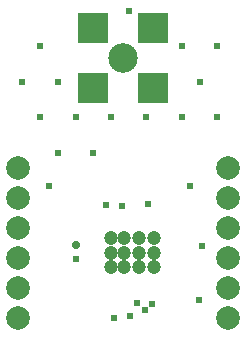
<source format=gbs>
%FSLAX44Y44*%
%MOMM*%
G71*
G01*
G75*
G04 Layer_Color=16711935*
%ADD10C,0.0586*%
%ADD11R,0.8000X0.9000*%
%ADD12R,0.9000X0.8000*%
%ADD13R,1.2000X2.0000*%
%ADD14R,1.8000X1.3000*%
%ADD15R,0.4500X1.5000*%
%ADD16O,0.4500X1.5000*%
%ADD17C,0.4000*%
%ADD18C,0.2000*%
%ADD19C,0.7000*%
%ADD20C,0.3000*%
%ADD21C,0.5000*%
%ADD22C,0.8000*%
%ADD23R,2.4400X2.4400*%
%ADD24R,2.4400X2.4400*%
%ADD25C,2.3000*%
%ADD26C,1.8000*%
%ADD27C,1.0000*%
%ADD28C,0.4000*%
%ADD29C,0.5000*%
%ADD30C,0.1000*%
%ADD31C,0.1500*%
%ADD32R,1.0032X1.1032*%
%ADD33R,1.1032X1.0032*%
%ADD34R,1.4032X2.2032*%
%ADD35R,2.0032X1.5032*%
%ADD36R,0.6532X1.7032*%
%ADD37O,0.6532X1.7032*%
%ADD38R,2.6432X2.6432*%
%ADD39R,2.6432X2.6432*%
%ADD40C,2.5032*%
%ADD41C,2.0032*%
%ADD42C,1.2032*%
%ADD43C,0.6032*%
%ADD44C,0.7032*%
D38*
X-25400Y209550D02*
D03*
Y260350D02*
D03*
D39*
X25400Y209550D02*
D03*
Y260350D02*
D03*
D40*
X0Y234950D02*
D03*
D41*
X-89060Y116540D02*
D03*
Y141940D02*
D03*
X88740Y91140D02*
D03*
X-89060Y14940D02*
D03*
X-89043Y40340D02*
D03*
X-89060Y65740D02*
D03*
Y91140D02*
D03*
X88740Y14964D02*
D03*
Y40340D02*
D03*
Y65740D02*
D03*
Y141940D02*
D03*
X88900Y116840D02*
D03*
D42*
X26670Y69850D02*
D03*
X13970D02*
D03*
Y82550D02*
D03*
X1270Y69850D02*
D03*
X-10160D02*
D03*
Y82550D02*
D03*
X26670Y58420D02*
D03*
X13970D02*
D03*
X-10160D02*
D03*
X1270D02*
D03*
X26670Y82550D02*
D03*
X1270D02*
D03*
D43*
X67310Y76200D02*
D03*
X64840Y30000D02*
D03*
X-970Y109520D02*
D03*
X-7920Y14940D02*
D03*
X19050Y21590D02*
D03*
X12030Y27340D02*
D03*
X-13970Y110490D02*
D03*
X6350Y16700D02*
D03*
X25030Y27040D02*
D03*
X21590Y111760D02*
D03*
X-70000Y185000D02*
D03*
X-85000Y215000D02*
D03*
X-70000Y245000D02*
D03*
X-40000Y65000D02*
D03*
X-55000Y155000D02*
D03*
X-40000Y185000D02*
D03*
X-55000Y215000D02*
D03*
X-25000Y155000D02*
D03*
X-10000Y185000D02*
D03*
X20000D02*
D03*
X5000Y275000D02*
D03*
X50000Y185000D02*
D03*
Y245000D02*
D03*
X80000Y185000D02*
D03*
X65000Y215000D02*
D03*
X80000Y245000D02*
D03*
X57220Y126520D02*
D03*
X-62780D02*
D03*
D44*
X-39512Y76940D02*
D03*
M02*

</source>
